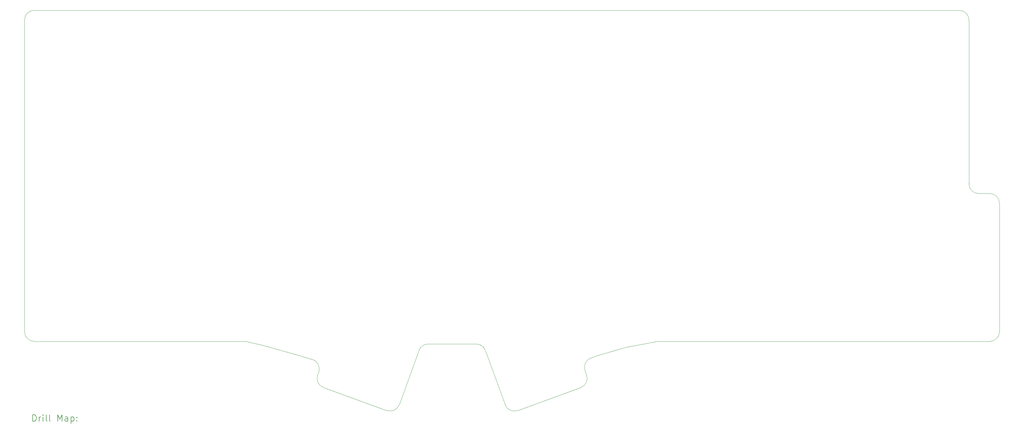
<source format=gbr>
%TF.GenerationSoftware,KiCad,Pcbnew,(6.0.7-1)-1*%
%TF.CreationDate,2022-08-16T19:57:51+02:00*%
%TF.ProjectId,switch-plate,73776974-6368-42d7-906c-6174652e6b69,rev?*%
%TF.SameCoordinates,Original*%
%TF.FileFunction,Drillmap*%
%TF.FilePolarity,Positive*%
%FSLAX45Y45*%
G04 Gerber Fmt 4.5, Leading zero omitted, Abs format (unit mm)*
G04 Created by KiCad (PCBNEW (6.0.7-1)-1) date 2022-08-16 19:57:51*
%MOMM*%
%LPD*%
G01*
G04 APERTURE LIST*
%ADD10C,0.100000*%
%ADD11C,0.200000*%
G04 APERTURE END LIST*
D10*
X9591064Y-9998127D02*
X9625266Y-9904158D01*
X19195309Y-9135848D02*
X20092309Y-8961622D01*
X13025778Y-9032739D02*
G75*
G03*
X12743870Y-9230135I2J-300002D01*
G01*
X30800000Y-8650000D02*
X30800000Y-4650000D01*
X9625265Y-9904157D02*
G75*
G03*
X9426049Y-9513173I-281905J102607D01*
G01*
X29850000Y-4050000D02*
X29850000Y1050000D01*
X17779634Y-10382641D02*
X15806280Y-11100883D01*
X7407691Y-8961622D02*
X7888891Y-9070384D01*
X775000Y-8950000D02*
X7325000Y-8950000D01*
X18106851Y-9466193D02*
G75*
G03*
X17907633Y-9857173I82689J-288377D01*
G01*
X17958936Y-9998127D02*
X17907633Y-9857173D01*
X20175000Y-8950000D02*
X30500000Y-8950000D01*
X15421766Y-10921581D02*
X14806130Y-9230135D01*
X11743721Y-11100881D02*
G75*
G03*
X12128234Y-10921581I102609J281901D01*
G01*
X14806128Y-9230135D02*
G75*
G03*
X14524222Y-9032741I-281908J-102605D01*
G01*
X17779633Y-10382636D02*
G75*
G03*
X17958936Y-9998127I-102603J281906D01*
G01*
X29850000Y1050000D02*
G75*
G03*
X29550000Y1350000I-300000J0D01*
G01*
X12128234Y-10921581D02*
X12743870Y-9230135D01*
X475000Y-8650000D02*
G75*
G03*
X775000Y-8950000I300000J0D01*
G01*
X9770366Y-10382641D02*
X11743720Y-11100883D01*
X18106850Y-9466189D02*
X18282110Y-9397703D01*
X475000Y1050000D02*
X475000Y-2550000D01*
X30800000Y-4650000D02*
G75*
G03*
X30500000Y-4350000I-300000J0D01*
G01*
X29850000Y-4050000D02*
G75*
G03*
X30150000Y-4350000I300000J0D01*
G01*
X7407691Y-8961622D02*
G75*
G03*
X7325000Y-8950000I-82691J-288379D01*
G01*
X475000Y-2550000D02*
X475000Y-8650000D01*
X7888891Y-9070384D02*
X9030390Y-9397703D01*
X775000Y1350000D02*
G75*
G03*
X475000Y1050000I0J-300000D01*
G01*
X18282110Y-9397703D02*
X19195309Y-9135848D01*
X9591059Y-9998125D02*
G75*
G03*
X9770366Y-10382641I281911J-102605D01*
G01*
X15421764Y-10921582D02*
G75*
G03*
X15806280Y-11100883I281906J102602D01*
G01*
X20175000Y-8950000D02*
G75*
G03*
X20092309Y-8961622I0J-300000D01*
G01*
X13025778Y-9032741D02*
X14524222Y-9032741D01*
X775000Y1350000D02*
X29550000Y1350000D01*
X9030390Y-9397703D02*
X9426049Y-9513173D01*
X30500000Y-4350000D02*
X30150000Y-4350000D01*
X30500000Y-8950000D02*
G75*
G03*
X30800000Y-8650000I0J300000D01*
G01*
D11*
X727619Y-11434453D02*
X727619Y-11234453D01*
X775238Y-11234453D01*
X803809Y-11243977D01*
X822857Y-11263024D01*
X832381Y-11282072D01*
X841905Y-11320167D01*
X841905Y-11348739D01*
X832381Y-11386834D01*
X822857Y-11405881D01*
X803809Y-11424929D01*
X775238Y-11434453D01*
X727619Y-11434453D01*
X927619Y-11434453D02*
X927619Y-11301120D01*
X927619Y-11339215D02*
X937143Y-11320167D01*
X946667Y-11310643D01*
X965714Y-11301120D01*
X984762Y-11301120D01*
X1051429Y-11434453D02*
X1051429Y-11301120D01*
X1051429Y-11234453D02*
X1041905Y-11243977D01*
X1051429Y-11253501D01*
X1060952Y-11243977D01*
X1051429Y-11234453D01*
X1051429Y-11253501D01*
X1175238Y-11434453D02*
X1156190Y-11424929D01*
X1146667Y-11405881D01*
X1146667Y-11234453D01*
X1280000Y-11434453D02*
X1260952Y-11424929D01*
X1251429Y-11405881D01*
X1251429Y-11234453D01*
X1508571Y-11434453D02*
X1508571Y-11234453D01*
X1575238Y-11377310D01*
X1641905Y-11234453D01*
X1641905Y-11434453D01*
X1822857Y-11434453D02*
X1822857Y-11329691D01*
X1813333Y-11310643D01*
X1794286Y-11301120D01*
X1756190Y-11301120D01*
X1737143Y-11310643D01*
X1822857Y-11424929D02*
X1803809Y-11434453D01*
X1756190Y-11434453D01*
X1737143Y-11424929D01*
X1727619Y-11405881D01*
X1727619Y-11386834D01*
X1737143Y-11367786D01*
X1756190Y-11358262D01*
X1803809Y-11358262D01*
X1822857Y-11348739D01*
X1918095Y-11301120D02*
X1918095Y-11501120D01*
X1918095Y-11310643D02*
X1937143Y-11301120D01*
X1975238Y-11301120D01*
X1994286Y-11310643D01*
X2003809Y-11320167D01*
X2013333Y-11339215D01*
X2013333Y-11396358D01*
X2003809Y-11415405D01*
X1994286Y-11424929D01*
X1975238Y-11434453D01*
X1937143Y-11434453D01*
X1918095Y-11424929D01*
X2099048Y-11415405D02*
X2108571Y-11424929D01*
X2099048Y-11434453D01*
X2089524Y-11424929D01*
X2099048Y-11415405D01*
X2099048Y-11434453D01*
X2099048Y-11310643D02*
X2108571Y-11320167D01*
X2099048Y-11329691D01*
X2089524Y-11320167D01*
X2099048Y-11310643D01*
X2099048Y-11329691D01*
M02*

</source>
